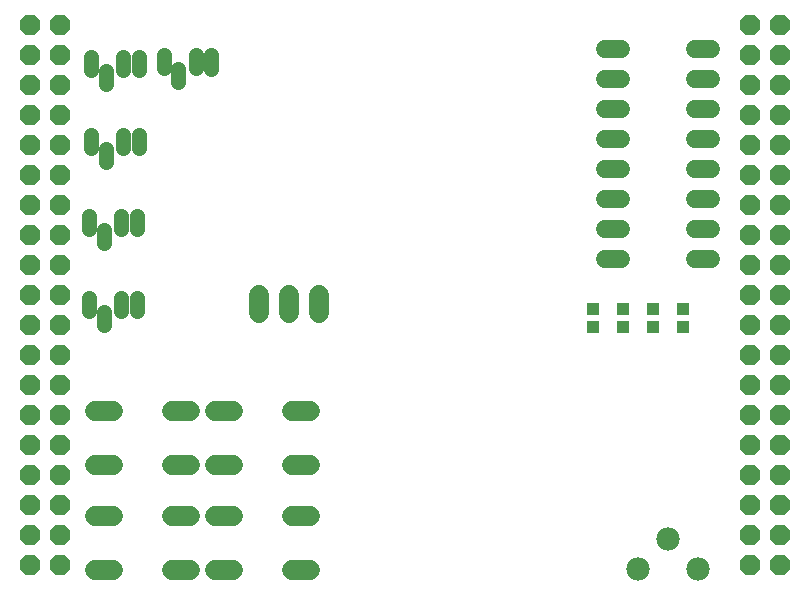
<source format=gts>
G75*
%MOIN*%
%OFA0B0*%
%FSLAX25Y25*%
%IPPOS*%
%LPD*%
%AMOC8*
5,1,8,0,0,1.08239X$1,22.5*
%
%ADD10R,0.03950X0.03950*%
%ADD11C,0.06800*%
%ADD12C,0.05162*%
%ADD13C,0.07800*%
%ADD14OC8,0.06800*%
%ADD15C,0.06000*%
D10*
X0201550Y0093697D03*
X0201550Y0099603D03*
X0211550Y0099603D03*
X0211550Y0093697D03*
X0221550Y0093697D03*
X0221550Y0099603D03*
X0231550Y0099603D03*
X0231550Y0093697D03*
D11*
X0110300Y0098300D02*
X0110300Y0104300D01*
X0100300Y0104300D02*
X0100300Y0098300D01*
X0090300Y0098300D02*
X0090300Y0104300D01*
X0081750Y0065550D02*
X0075750Y0065550D01*
X0067350Y0065550D02*
X0061350Y0065550D01*
X0041750Y0065550D02*
X0035750Y0065550D01*
X0035750Y0047750D02*
X0041750Y0047750D01*
X0041750Y0030550D02*
X0035750Y0030550D01*
X0035750Y0012750D02*
X0041750Y0012750D01*
X0061350Y0012750D02*
X0067350Y0012750D01*
X0075750Y0012750D02*
X0081750Y0012750D01*
X0101350Y0012750D02*
X0107350Y0012750D01*
X0107350Y0030550D02*
X0101350Y0030550D01*
X0081750Y0030550D02*
X0075750Y0030550D01*
X0067350Y0030550D02*
X0061350Y0030550D01*
X0061350Y0047750D02*
X0067350Y0047750D01*
X0075750Y0047750D02*
X0081750Y0047750D01*
X0101350Y0047750D02*
X0107350Y0047750D01*
X0107350Y0065550D02*
X0101350Y0065550D01*
D12*
X0049475Y0098856D02*
X0049475Y0103219D01*
X0044263Y0103344D02*
X0044263Y0098981D01*
X0038459Y0098659D02*
X0038459Y0094297D01*
X0033641Y0098981D02*
X0033641Y0103344D01*
X0038499Y0121727D02*
X0038499Y0126089D01*
X0033680Y0126411D02*
X0033680Y0130774D01*
X0044302Y0130774D02*
X0044302Y0126411D01*
X0049515Y0126286D02*
X0049515Y0130648D01*
X0039129Y0148727D02*
X0039129Y0153089D01*
X0034310Y0153411D02*
X0034310Y0157774D01*
X0044932Y0157774D02*
X0044932Y0153411D01*
X0050144Y0153286D02*
X0050144Y0157648D01*
X0039239Y0174727D02*
X0039239Y0179089D01*
X0034420Y0179411D02*
X0034420Y0183774D01*
X0045042Y0183774D02*
X0045042Y0179411D01*
X0050255Y0179286D02*
X0050255Y0183648D01*
X0058550Y0184274D02*
X0058550Y0179911D01*
X0063369Y0179589D02*
X0063369Y0175227D01*
X0069172Y0179911D02*
X0069172Y0184274D01*
X0074385Y0184148D02*
X0074385Y0179786D01*
D13*
X0226589Y0022920D03*
X0216589Y0012920D03*
X0236589Y0012920D03*
D14*
X0014050Y0014150D03*
X0024050Y0014150D03*
X0024050Y0024150D03*
X0014050Y0024150D03*
X0014050Y0034150D03*
X0024050Y0034150D03*
X0024050Y0044150D03*
X0014050Y0044150D03*
X0014050Y0054150D03*
X0024050Y0054150D03*
X0024050Y0064150D03*
X0014050Y0064150D03*
X0014050Y0074150D03*
X0024050Y0074150D03*
X0024050Y0084150D03*
X0014050Y0084150D03*
X0014050Y0094150D03*
X0024050Y0094150D03*
X0024050Y0104150D03*
X0014050Y0104150D03*
X0014050Y0114150D03*
X0024050Y0114150D03*
X0024050Y0124150D03*
X0014050Y0124150D03*
X0014050Y0134150D03*
X0024050Y0134150D03*
X0024050Y0144150D03*
X0014050Y0144150D03*
X0014050Y0154150D03*
X0024050Y0154150D03*
X0024050Y0164150D03*
X0014050Y0164150D03*
X0014050Y0174150D03*
X0024050Y0174150D03*
X0024050Y0184150D03*
X0014050Y0184150D03*
X0014050Y0194150D03*
X0024050Y0194150D03*
X0254050Y0194150D03*
X0264050Y0194150D03*
X0264050Y0184150D03*
X0254050Y0184150D03*
X0254050Y0174150D03*
X0264050Y0174150D03*
X0264050Y0164150D03*
X0254050Y0164150D03*
X0254050Y0154150D03*
X0264050Y0154150D03*
X0264050Y0144150D03*
X0254050Y0144150D03*
X0254050Y0134150D03*
X0264050Y0134150D03*
X0264050Y0124150D03*
X0254050Y0124150D03*
X0254050Y0114150D03*
X0264050Y0114150D03*
X0264050Y0104150D03*
X0254050Y0104150D03*
X0254050Y0094150D03*
X0264050Y0094150D03*
X0264050Y0084150D03*
X0254050Y0084150D03*
X0254050Y0074150D03*
X0264050Y0074150D03*
X0264050Y0064150D03*
X0254050Y0064150D03*
X0254050Y0054150D03*
X0264050Y0054150D03*
X0264050Y0044150D03*
X0254050Y0044150D03*
X0254050Y0034150D03*
X0264050Y0034150D03*
X0264050Y0024150D03*
X0254050Y0024150D03*
X0254050Y0014150D03*
X0264050Y0014150D03*
D15*
X0240800Y0116400D02*
X0235600Y0116400D01*
X0235600Y0126400D02*
X0240800Y0126400D01*
X0240800Y0136400D02*
X0235600Y0136400D01*
X0235600Y0146400D02*
X0240800Y0146400D01*
X0240800Y0156400D02*
X0235600Y0156400D01*
X0235600Y0166400D02*
X0240800Y0166400D01*
X0240800Y0176400D02*
X0235600Y0176400D01*
X0235600Y0186400D02*
X0240800Y0186400D01*
X0210800Y0186400D02*
X0205600Y0186400D01*
X0205600Y0176400D02*
X0210800Y0176400D01*
X0210800Y0166400D02*
X0205600Y0166400D01*
X0205600Y0156400D02*
X0210800Y0156400D01*
X0210800Y0146400D02*
X0205600Y0146400D01*
X0205600Y0136400D02*
X0210800Y0136400D01*
X0210800Y0126400D02*
X0205600Y0126400D01*
X0205600Y0116400D02*
X0210800Y0116400D01*
M02*

</source>
